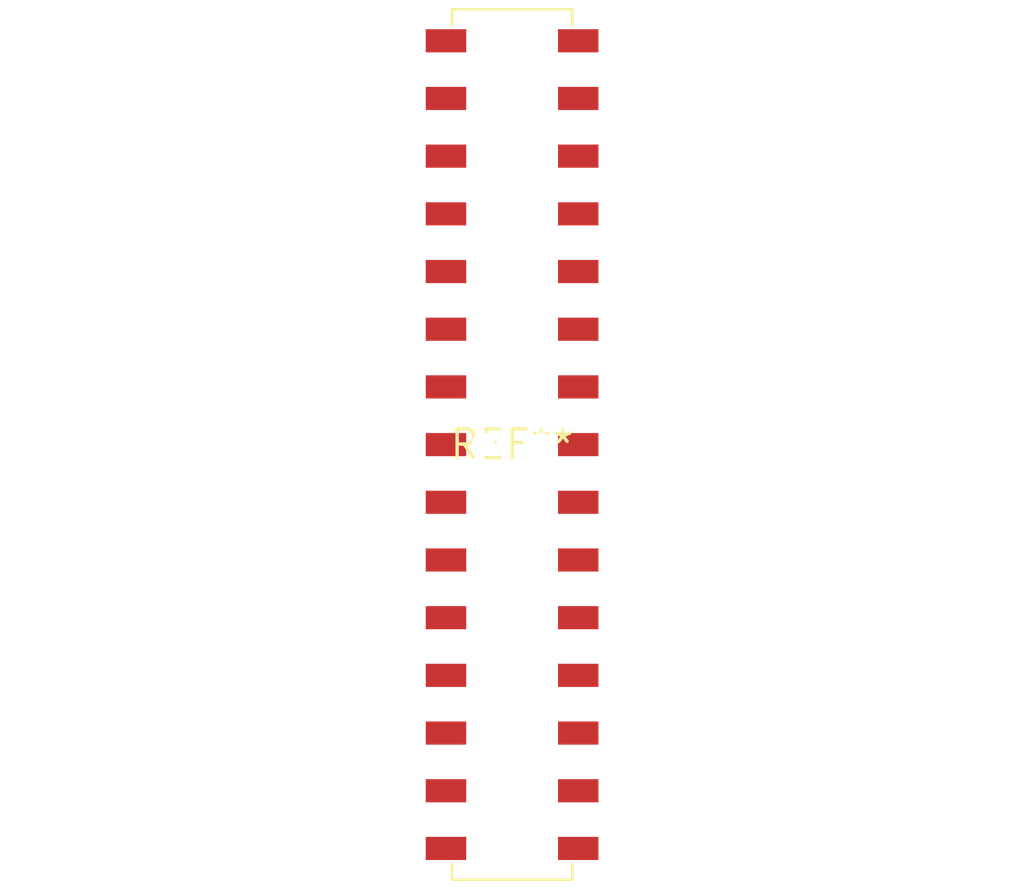
<source format=kicad_pcb>
(kicad_pcb (version 20240108) (generator pcbnew)
  (layers (0 "F.Cu" signal) (31 "B.Cu" signal) (34 "B.Paste" user) (35 "F.Paste" user) (36 "B.SilkS" user "B.Silkscreen") (37 "F.SilkS" user "F.Silkscreen") (38 "B.Mask" user) (39 "F.Mask" user) (44 "Edge.Cuts" user))
  (net 0 "")
  (footprint "Harwin_M20-7811545_2x15_P2.54mm_Vertical" (layer "F.Cu") (at 0 0)
    (property "Reference" "REF**")
    (property "Value" "Harwin_M20-7811545_2x15_P2.54mm_Vertical")
    (fp_line (start -2.65 -19.16) (end 2.65 -19.16) (layer "F.SilkS") (stroke (width 0.12)))
    (fp_line (start -2.65 -18.46) (end -2.65 -19.16) (layer "F.SilkS") (stroke (width 0.12)))
    (fp_line (start -2.65 18.46) (end -2.65 19.16) (layer "F.SilkS") (stroke (width 0.12)))
    (fp_line (start -2.65 19.16) (end 2.65 19.16) (layer "F.SilkS") (stroke (width 0.12)))
    (fp_line (start 2.65 -19.16) (end 2.65 -18.46) (layer "F.SilkS") (stroke (width 0.12)))
    (fp_line (start 2.65 19.16) (end 2.65 18.46) (layer "F.SilkS") (stroke (width 0.12)))
    (pad "" np_thru_hole circle (at -1.27 -17.78) (size 1.02 1.02) (drill 1.02) (layers *.Cu *.Mask))
    (pad "" np_thru_hole circle (at -1.27 -15.24) (size 1.02 1.02) (drill 1.02) (layers *.Cu *.Mask))
    (pad "" np_thru_hole circle (at -1.27 -12.7) (size 1.02 1.02) (drill 1.02) (layers *.Cu *.Mask))
    (pad "" np_thru_hole circle (at -1.27 -10.16) (size 1.02 1.02) (drill 1.02) (layers *.Cu *.Mask))
    (pad "" np_thru_hole circle (at -1.27 -7.62) (size 1.02 1.02) (drill 1.02) (layers *.Cu *.Mask))
    (pad "" np_thru_hole circle (at -1.27 -5.08) (size 1.02 1.02) (drill 1.02) (layers *.Cu *.Mask))
    (pad "" np_thru_hole circle (at -1.27 -2.54) (size 1.02 1.02) (drill 1.02) (layers *.Cu *.Mask))
    (pad "" np_thru_hole circle (at -1.27 0) (size 1.02 1.02) (drill 1.02) (layers *.Cu *.Mask))
    (pad "" np_thru_hole circle (at -1.27 2.54) (size 1.02 1.02) (drill 1.02) (layers *.Cu *.Mask))
    (pad "" np_thru_hole circle (at -1.27 5.08) (size 1.02 1.02) (drill 1.02) (layers *.Cu *.Mask))
    (pad "" np_thru_hole circle (at -1.27 7.62) (size 1.02 1.02) (drill 1.02) (layers *.Cu *.Mask))
    (pad "" np_thru_hole circle (at -1.27 10.16) (size 1.02 1.02) (drill 1.02) (layers *.Cu *.Mask))
    (pad "" np_thru_hole circle (at -1.27 12.7) (size 1.02 1.02) (drill 1.02) (layers *.Cu *.Mask))
    (pad "" np_thru_hole circle (at -1.27 15.24) (size 1.02 1.02) (drill 1.02) (layers *.Cu *.Mask))
    (pad "" np_thru_hole circle (at -1.27 17.78) (size 1.02 1.02) (drill 1.02) (layers *.Cu *.Mask))
    (pad "" np_thru_hole circle (at 0 -16.51) (size 1.8 1.8) (drill 1.8) (layers *.Cu *.Mask))
    (pad "" np_thru_hole circle (at 0 16.51) (size 1.8 1.8) (drill 1.8) (layers *.Cu *.Mask))
    (pad "" np_thru_hole circle (at 1.27 -17.78) (size 1.02 1.02) (drill 1.02) (layers *.Cu *.Mask))
    (pad "" np_thru_hole circle (at 1.27 -15.24) (size 1.02 1.02) (drill 1.02) (layers *.Cu *.Mask))
    (pad "" np_thru_hole circle (at 1.27 -12.7) (size 1.02 1.02) (drill 1.02) (layers *.Cu *.Mask))
    (pad "" np_thru_hole circle (at 1.27 -10.16) (size 1.02 1.02) (drill 1.02) (layers *.Cu *.Mask))
    (pad "" np_thru_hole circle (at 1.27 -7.62) (size 1.02 1.02) (drill 1.02) (layers *.Cu *.Mask))
    (pad "" np_thru_hole circle (at 1.27 -5.08) (size 1.02 1.02) (drill 1.02) (layers *.Cu *.Mask))
    (pad "" np_thru_hole circle (at 1.27 -2.54) (size 1.02 1.02) (drill 1.02) (layers *.Cu *.Mask))
    (pad "" np_thru_hole circle (at 1.27 0) (size 1.02 1.02) (drill 1.02) (layers *.Cu *.Mask))
    (pad "" np_thru_hole circle (at 1.27 2.54) (size 1.02 1.02) (drill 1.02) (layers *.Cu *.Mask))
    (pad "" np_thru_hole circle (at 1.27 5.08) (size 1.02 1.02) (drill 1.02) (layers *.Cu *.Mask))
    (pad "" np_thru_hole circle (at 1.27 7.62) (size 1.02 1.02) (drill 1.02) (layers *.Cu *.Mask))
    (pad "" np_thru_hole circle (at 1.27 10.16) (size 1.02 1.02) (drill 1.02) (layers *.Cu *.Mask))
    (pad "" np_thru_hole circle (at 1.27 12.7) (size 1.02 1.02) (drill 1.02) (layers *.Cu *.Mask))
    (pad "" np_thru_hole circle (at 1.27 15.24) (size 1.02 1.02) (drill 1.02) (layers *.Cu *.Mask))
    (pad "" np_thru_hole circle (at 1.27 17.78) (size 1.02 1.02) (drill 1.02) (layers *.Cu *.Mask))
    (pad "1" smd rect (at -2.91 -17.78) (size 1.78 1.02) (layers "F.Cu" "F.Paste" "F.Mask"))
    (pad "2" smd rect (at -2.91 -15.24) (size 1.78 1.02) (layers "F.Cu" "F.Paste" "F.Mask"))
    (pad "3" smd rect (at -2.91 -12.7) (size 1.78 1.02) (layers "F.Cu" "F.Paste" "F.Mask"))
    (pad "4" smd rect (at -2.91 -10.16) (size 1.78 1.02) (layers "F.Cu" "F.Paste" "F.Mask"))
    (pad "5" smd rect (at -2.91 -7.62) (size 1.78 1.02) (layers "F.Cu" "F.Paste" "F.Mask"))
    (pad "6" smd rect (at -2.91 -5.08) (size 1.78 1.02) (layers "F.Cu" "F.Paste" "F.Mask"))
    (pad "7" smd rect (at -2.91 -2.54) (size 1.78 1.02) (layers "F.Cu" "F.Paste" "F.Mask"))
    (pad "8" smd rect (at -2.91 0) (size 1.78 1.02) (layers "F.Cu" "F.Paste" "F.Mask"))
    (pad "9" smd rect (at -2.91 2.54) (size 1.78 1.02) (layers "F.Cu" "F.Paste" "F.Mask"))
    (pad "10" smd rect (at -2.91 5.08) (size 1.78 1.02) (layers "F.Cu" "F.Paste" "F.Mask"))
    (pad "11" smd rect (at -2.91 7.62) (size 1.78 1.02) (layers "F.Cu" "F.Paste" "F.Mask"))
    (pad "12" smd rect (at -2.91 10.16) (size 1.78 1.02) (layers "F.Cu" "F.Paste" "F.Mask"))
    (pad "13" smd rect (at -2.91 12.7) (size 1.78 1.02) (layers "F.Cu" "F.Paste" "F.Mask"))
    (pad "14" smd rect (at -2.91 15.24) (size 1.78 1.02) (layers "F.Cu" "F.Paste" "F.Mask"))
    (pad "15" smd rect (at -2.91 17.78) (size 1.78 1.02) (layers "F.Cu" "F.Paste" "F.Mask"))
    (pad "16" smd rect (at 2.91 -17.78) (size 1.78 1.02) (layers "F.Cu" "F.Paste" "F.Mask"))
    (pad "17" smd rect (at 2.91 -15.24) (size 1.78 1.02) (layers "F.Cu" "F.Paste" "F.Mask"))
    (pad "18" smd rect (at 2.91 -12.7) (size 1.78 1.02) (layers "F.Cu" "F.Paste" "F.Mask"))
    (pad "19" smd rect (at 2.91 -10.16) (size 1.78 1.02) (layers "F.Cu" "F.Paste" "F.Mask"))
    (pad "20" smd rect (at 2.91 -7.62) (size 1.78 1.02) (layers "F.Cu" "F.Paste" "F.Mask"))
    (pad "21" smd rect (at 2.91 -5.08) (size 1.78 1.02) (layers "F.Cu" "F.Paste" "F.Mask"))
    (pad "22" smd rect (at 2.91 -2.54) (size 1.78 1.02) (layers "F.Cu" "F.Paste" "F.Mask"))
    (pad "23" smd rect (at 2.91 0) (size 1.78 1.02) (layers "F.Cu" "F.Paste" "F.Mask"))
    (pad "24" smd rect (at 2.91 2.54) (size 1.78 1.02) (layers "F.Cu" "F.Paste" "F.Mask"))
    (pad "25" smd rect (at 2.91 5.08) (size 1.78 1.02) (layers "F.Cu" "F.Paste" "F.Mask"))
    (pad "26" smd rect (at 2.91 7.62) (size 1.78 1.02) (layers "F.Cu" "F.Paste" "F.Mask"))
    (pad "27" smd rect (at 2.91 10.16) (size 1.78 1.02) (layers "F.Cu" "F.Paste" "F.Mask"))
    (pad "28" smd rect (at 2.91 12.7) (size 1.78 1.02) (layers "F.Cu" "F.Paste" "F.Mask"))
    (pad "29" smd rect (at 2.91 15.24) (size 1.78 1.02) (layers "F.Cu" "F.Paste" "F.Mask"))
    (pad "30" smd rect (at 2.91 17.78) (size 1.78 1.02) (layers "F.Cu" "F.Paste" "F.Mask"))
  )
)
</source>
